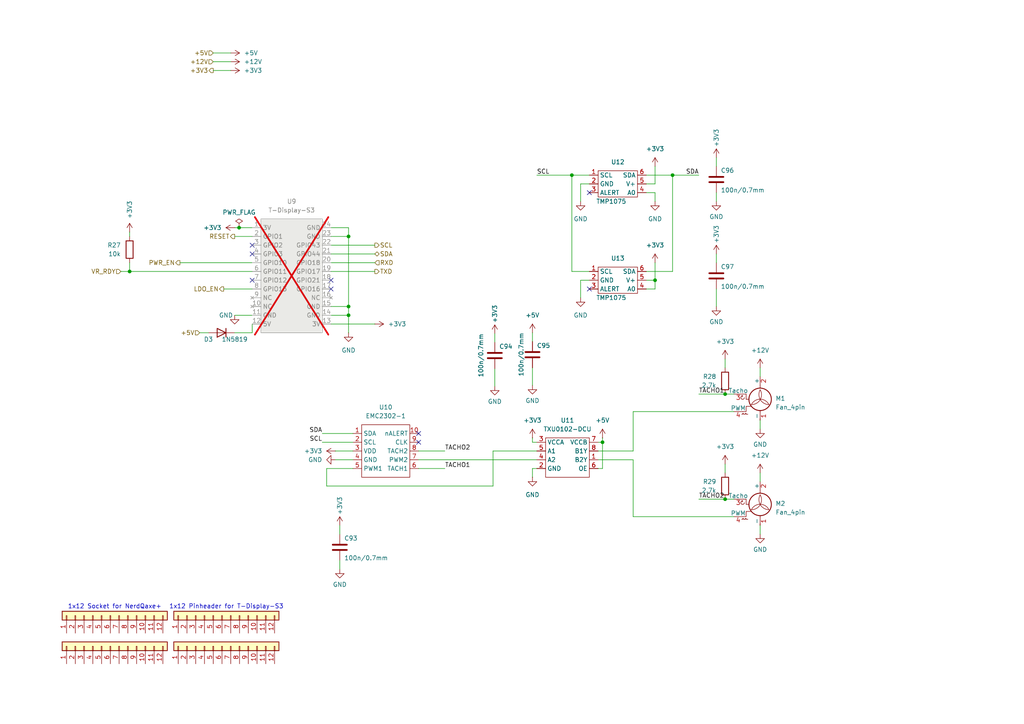
<source format=kicad_sch>
(kicad_sch (version 20231120) (generator "eeschema") (generator_version "8.0")
  (paper "A4")
  (lib_symbols
    (symbol "+3V3_1" (power) (pin_numbers hide) (pin_names (offset 0) hide)
      (property "Value" "+3V3" (at 0 3.556 0))
      (symbol "+3V3_1_0_1"
        (polyline (pts (xy -0.762 1.27) (xy 0 2.54)))
        (polyline (pts (xy 0 0) (xy 0 2.54)))
        (polyline (pts (xy 0 2.54) (xy 0.762 1.27)))
      )
      (symbol "+3V3_1_1_1"
        (pin power_in line (at 0 0 90) (length 0) (name "~") (number "1"))
      )
    )
    (symbol "+3V3_3" (power) (pin_numbers hide) (pin_names (offset 0) hide)
      (property "Value" "+3V3" (at 0 3.556 0))
      (symbol "+3V3_3_0_1"
        (polyline (pts (xy -0.762 1.27) (xy 0 2.54)))
        (polyline (pts (xy 0 0) (xy 0 2.54)))
        (polyline (pts (xy 0 2.54) (xy 0.762 1.27)))
      )
      (symbol "+3V3_3_1_1"
        (pin power_in line (at 0 0 90) (length 0) (name "~") (number "1"))
      )
    )
    (symbol "+3V3_4" (power) (pin_numbers hide) (pin_names (offset 0) hide)
      (property "Value" "+3V3" (at 0 3.556 0))
      (symbol "+3V3_4_0_1"
        (polyline (pts (xy -0.762 1.27) (xy 0 2.54)))
        (polyline (pts (xy 0 0) (xy 0 2.54)))
        (polyline (pts (xy 0 2.54) (xy 0.762 1.27)))
      )
      (symbol "+3V3_4_1_1"
        (pin power_in line (at 0 0 90) (length 0) (name "~") (number "1"))
      )
    )
    (symbol "+5V_1" (power) (pin_numbers hide) (pin_names (offset 0) hide)
      (property "Value" "+5V" (at 0 3.556 0))
      (symbol "+5V_1_0_1"
        (polyline (pts (xy -0.762 1.27) (xy 0 2.54)))
        (polyline (pts (xy 0 0) (xy 0 2.54)))
        (polyline (pts (xy 0 2.54) (xy 0.762 1.27)))
      )
      (symbol "+5V_1_1_1"
        (pin power_in line (at 0 0 90) (length 0) (name "~") (number "1"))
      )
    )
    (symbol "Connector_Generic:Conn_01x12" (pin_names (offset 1.016) hide)
      (property "Reference" "J" (at 0 15.24 0))
      (property "Value" "Conn_01x12" (at 0 -17.78 0))
      (symbol "Conn_01x12_1_1"
        (rectangle (start -1.27 -15.113) (end 0 -15.367) (stroke (width 0.1524)))
        (rectangle (start -1.27 -12.573) (end 0 -12.827) (stroke (width 0.1524)))
        (rectangle (start -1.27 -10.033) (end 0 -10.287) (stroke (width 0.1524)))
        (rectangle (start -1.27 -7.493) (end 0 -7.747) (stroke (width 0.1524)))
        (rectangle (start -1.27 -4.953) (end 0 -5.207) (stroke (width 0.1524)))
        (rectangle (start -1.27 -2.413) (end 0 -2.667) (stroke (width 0.1524)))
        (rectangle (start -1.27 0.127) (end 0 -0.127) (stroke (width 0.1524)))
        (rectangle (start -1.27 2.667) (end 0 2.413) (stroke (width 0.1524)))
        (rectangle (start -1.27 5.207) (end 0 4.953) (stroke (width 0.1524)))
        (rectangle (start -1.27 7.747) (end 0 7.493) (stroke (width 0.1524)))
        (rectangle (start -1.27 10.287) (end 0 10.033) (stroke (width 0.1524)))
        (rectangle (start -1.27 12.827) (end 0 12.573) (stroke (width 0.1524)))
        (rectangle (start -1.27 13.97) (end 1.27 -16.51) (stroke (width 0.254)) (fill (type background)))
        (pin passive line (at -5.08 12.7 0) (length 3.81) (name "Pin_1") (number "1"))
        (pin passive line (at -5.08 -10.16 0) (length 3.81) (name "Pin_10") (number "10"))
        (pin passive line (at -5.08 -12.7 0) (length 3.81) (name "Pin_11") (number "11"))
        (pin passive line (at -5.08 -15.24 0) (length 3.81) (name "Pin_12") (number "12"))
        (pin passive line (at -5.08 10.16 0) (length 3.81) (name "Pin_2") (number "2"))
        (pin passive line (at -5.08 7.62 0) (length 3.81) (name "Pin_3") (number "3"))
        (pin passive line (at -5.08 5.08 0) (length 3.81) (name "Pin_4") (number "4"))
        (pin passive line (at -5.08 2.54 0) (length 3.81) (name "Pin_5") (number "5"))
        (pin passive line (at -5.08 0 0) (length 3.81) (name "Pin_6") (number "6"))
        (pin passive line (at -5.08 -2.54 0) (length 3.81) (name "Pin_7") (number "7"))
        (pin passive line (at -5.08 -5.08 0) (length 3.81) (name "Pin_8") (number "8"))
        (pin passive line (at -5.08 -7.62 0) (length 3.81) (name "Pin_9") (number "9"))
      )
    )
    (symbol "Device:C" (pin_numbers hide) (pin_names (offset 0.254))
      (property "Reference" "C" (at 0.635 2.54 0))
      (property "Value" "C" (at 0.635 -2.54 0))
      (symbol "C_0_1"
        (polyline (pts (xy -2.032 -0.762) (xy 2.032 -0.762)) (stroke (width 0.508)))
        (polyline (pts (xy -2.032 0.762) (xy 2.032 0.762)) (stroke (width 0.508)))
      )
      (symbol "C_1_1"
        (pin passive line (at 0 3.81 270) (length 2.794) (name "~") (number "1"))
        (pin passive line (at 0 -3.81 90) (length 2.794) (name "~") (number "2"))
      )
    )
    (symbol "Device:R" (pin_numbers hide) (pin_names (offset 0))
      (property "Reference" "R" (at 2.032 0 90))
      (property "Value" "R" (at 0 0 90))
      (symbol "R_0_1"
        (rectangle (start -1.016 -2.54) (end 1.016 2.54) (stroke (width 0.254)))
      )
      (symbol "R_1_1"
        (pin passive line (at 0 3.81 270) (length 1.27) (name "~") (number "1"))
        (pin passive line (at 0 -3.81 90) (length 1.27) (name "~") (number "2"))
      )
    )
    (symbol "Diode:US1D" (pin_numbers hide) (pin_names hide)
      (property "Reference" "D" (at 0 2.54 0))
      (property "Value" "US1D" (at 0 -2.54 0))
      (symbol "US1D_0_1"
        (polyline (pts (xy -1.27 1.27) (xy -1.27 -1.27)) (stroke (width 0.254)))
        (polyline (pts (xy 1.27 0) (xy -1.27 0)))
        (polyline (pts (xy 1.27 1.27) (xy 1.27 -1.27) (xy -1.27 0) (xy 1.27 1.27)) (stroke (width 0.254)))
      )
      (symbol "US1D_1_1"
        (pin passive line (at -3.81 0 0) (length 2.54) (name "K") (number "1"))
        (pin passive line (at 3.81 0 180) (length 2.54) (name "A") (number "2"))
      )
    )
    (symbol "GND_1" (power) (pin_names (offset 0))
      (property "Value" "GND_1" (at 0 -3.81 0))
      (symbol "GND_1_0_1"
        (polyline (pts (xy 0 0) (xy 0 -1.27) (xy 1.27 -1.27) (xy 0 -2.54) (xy -1.27 -1.27) (xy 0 -1.27)))
      )
      (symbol "GND_1_1_1"
        (pin power_in line (at 0 0 270) (length 0) hide (name "GND") (number "1"))
      )
    )
    (symbol "GND_2" (power) (pin_numbers hide) (pin_names (offset 0) hide)
      (property "Value" "GND" (at 0 -3.81 0))
      (symbol "GND_2_0_1"
        (polyline (pts (xy 0 0) (xy 0 -1.27) (xy 1.27 -1.27) (xy 0 -2.54) (xy -1.27 -1.27) (xy 0 -1.27)))
      )
      (symbol "GND_2_1_1"
        (pin power_in line (at 0 0 270) (length 0) (name "~") (number "1"))
      )
    )
    (symbol "GND_3" (power) (pin_numbers hide) (pin_names (offset 0) hide)
      (property "Value" "GND" (at 0 -3.81 0))
      (symbol "GND_3_0_1"
        (polyline (pts (xy 0 0) (xy 0 -1.27) (xy 1.27 -1.27) (xy 0 -2.54) (xy -1.27 -1.27) (xy 0 -1.27)))
      )
      (symbol "GND_3_1_1"
        (pin power_in line (at 0 0 270) (length 0) (name "~") (number "1"))
      )
    )
    (symbol "GND_4" (power) (pin_numbers hide) (pin_names (offset 0) hide)
      (property "Value" "GND" (at 0 -3.81 0))
      (symbol "GND_4_0_1"
        (polyline (pts (xy 0 0) (xy 0 -1.27) (xy 1.27 -1.27) (xy 0 -2.54) (xy -1.27 -1.27) (xy 0 -1.27)))
      )
      (symbol "GND_4_1_1"
        (pin power_in line (at 0 0 270) (length 0) (name "~") (number "1"))
      )
    )
    (symbol "GND_5" (power) (pin_numbers hide) (pin_names (offset 0) hide)
      (property "Value" "GND" (at 0 -3.81 0))
      (symbol "GND_5_0_1"
        (polyline (pts (xy 0 0) (xy 0 -1.27) (xy 1.27 -1.27) (xy 0 -2.54) (xy -1.27 -1.27) (xy 0 -1.27)))
      )
      (symbol "GND_5_1_1"
        (pin power_in line (at 0 0 270) (length 0) (name "~") (number "1"))
      )
    )
    (symbol "Motor:Fan_4pin" (pin_names (offset 0))
      (property "Reference" "M" (at 2.54 5.08 0))
      (property "Value" "Fan_4pin" (at 2.54 -2.54 0))
      (symbol "Fan_4pin_0_0"
        (arc (start -5.588 1.524) (mid -5.08 1.0182) (end -4.572 1.524))
        (arc (start -5.08 2.032) (mid -5.4392 1.8832) (end -5.588 1.524))
        (polyline (pts (xy -5.08 2.032) (xy -5.334 2.159)))
        (polyline (pts (xy -5.08 2.032) (xy -5.207 1.778)))
        (polyline (pts (xy -4.064 2.54) (xy -4.064 1.016) (xy -3.302 1.016)))
      )
      (symbol "Fan_4pin_0_1"
        (arc (start -2.54 -0.508) (mid 0.0028 0.9121) (end 0 3.81))
        (polyline (pts (xy -4.064 2.54) (xy -5.08 2.54)))
        (polyline (pts (xy 0 -5.08) (xy 0 -4.572)))
        (polyline (pts (xy 0 -2.2352) (xy 0 -2.6416)))
        (polyline (pts (xy 0 4.2672) (xy 0 4.6228)))
        (polyline (pts (xy 0 4.572) (xy 0 5.08)))
        (polyline (pts (xy -2.54 -1.016) (xy -4.064 -1.016) (xy -4.064 -2.54) (xy -5.08 -2.54)))
        (polyline (pts (xy -5.334 -3.302) (xy -5.08 -3.302) (xy -5.08 -3.048) (xy -4.826 -3.048) (xy -4.826 -3.302) (xy -4.318 -3.302) (xy -4.318 -3.048) (xy -4.064 -3.048) (xy -4.064 -3.302) (xy -3.556 -3.302)))
        (circle (center 0 1.016) (radius 3.2512) (stroke (width 0.254)))
        (arc (start 0 3.81) (mid 0.053 0.921) (end 2.54 -0.508))
        (arc (start 2.54 -0.508) (mid 0 1.0618) (end -2.54 -0.508))
      )
      (symbol "Fan_4pin_1_1"
        (pin passive line (at 0 -5.08 90) (length 2.54) (name "-") (number "1"))
        (pin passive line (at 0 7.62 270) (length 2.54) (name "+") (number "2"))
        (pin passive line (at -7.62 2.54 0) (length 2.54) (name "Tacho") (number "3"))
        (pin input line (at -7.62 -2.54 0) (length 2.54) (name "PWM") (number "4"))
      )
    )
    (symbol "bitaxe:T-Display-S3"
      (property "Reference" "U" (at -21.59 -1.27 0))
      (property "Value" "T-Display-S3" (at -11.43 -36.83 0))
      (symbol "T-Display-S3_1_0"
        (pin power_in line (at -25.4 -5.08 0) (length 2.54) (name "3V") (number "1"))
        (pin no_connect line (at -25.4 -27.94 0) (length 2.54) (name "NC") (number "10"))
        (pin power_in line (at -25.4 -30.48 0) (length 2.54) (name "GND") (number "11"))
        (pin power_in line (at -25.4 -33.02 0) (length 2.54) (name "5V") (number "12"))
        (pin power_in line (at -2.54 -33.02 180) (length 2.54) (name "3V") (number "13"))
        (pin power_in line (at -2.54 -30.48 180) (length 2.54) (name "GND") (number "14"))
        (pin power_in line (at -2.54 -27.94 180) (length 2.54) (name "GND") (number "15"))
        (pin no_connect line (at -2.54 -25.4 180) (length 2.54) (name "NC") (number "16"))
        (pin bidirectional line (at -2.54 -22.86 180) (length 2.54) (name "GPIO16") (number "17"))
        (pin bidirectional line (at -2.54 -20.32 180) (length 2.54) (name "GPIO21") (number "18"))
        (pin bidirectional line (at -2.54 -17.78 180) (length 2.54) (name "GPIO17") (number "19"))
        (pin bidirectional line (at -25.4 -7.62 0) (length 2.54) (name "GPIO1") (number "2"))
        (pin bidirectional line (at -2.54 -15.24 180) (length 2.54) (name "GPIO18") (number "20"))
        (pin bidirectional line (at -25.4 -10.16 0) (length 2.54) (name "GPIO2") (number "3"))
        (pin bidirectional line (at -25.4 -12.7 0) (length 2.54) (name "GPIO3") (number "4"))
        (pin bidirectional line (at -25.4 -15.24 0) (length 2.54) (name "GPIO10") (number "5"))
        (pin input line (at -25.4 -17.78 0) (length 2.54) (name "GPIO11") (number "6"))
        (pin bidirectional line (at -25.4 -20.32 0) (length 2.54) (name "GPIO12") (number "7"))
        (pin bidirectional line (at -25.4 -22.86 0) (length 2.54) (name "GPIO13") (number "8"))
        (pin no_connect line (at -25.4 -25.4 0) (length 2.54) (name "NC") (number "9"))
      )
      (symbol "T-Display-S3_1_1"
        (rectangle (start -22.86 -2.54) (end -5.08 -35.56) (fill (type background)))
        (pin bidirectional line (at -2.54 -12.7 180) (length 2.54) (name "GPIO44") (number "21"))
        (pin bidirectional line (at -2.54 -10.16 180) (length 2.54) (name "GPIO43") (number "22"))
        (pin power_in line (at -2.54 -7.62 180) (length 2.54) (name "GND") (number "23"))
        (pin power_in line (at -2.54 -5.08 180) (length 2.54) (name "GND") (number "24"))
      )
    )
    (symbol "mylib7:EMC2302"
      (property "Reference" "U11" (at -1.905 16.891 0))
      (property "Value" "EMC2302-1" (at -1.905 14.5796 0))
      (symbol "EMC2302_0_0"
        (pin open_collector line (at -11.43 10.16 0) (length 2.54) (name "SDA") (number "1"))
        (pin open_collector line (at -11.43 7.62 0) (length 2.54) (name "SCL") (number "2"))
        (pin power_in line (at -11.43 5.08 0) (length 2.54) (name "VDD") (number "3"))
        (pin power_in line (at -11.43 2.54 0) (length 2.54) (name "GND") (number "4"))
      )
      (symbol "EMC2302_0_1"
        (rectangle (start -8.89 12.7) (end 5.08 -2.54))
      )
      (symbol "EMC2302_1_0"
        (pin open_collector line (at 7.62 10.16 180) (length 2.54) (name "nALERT") (number "10"))
        (pin output line (at -11.43 0 0) (length 2.54) (name "PWM1") (number "5"))
        (pin input line (at 7.62 0 180) (length 2.54) (name "TACH1") (number "6"))
        (pin output line (at 7.62 2.54 180) (length 2.54) (name "PWM2") (number "7"))
        (pin input line (at 7.62 5.08 180) (length 2.54) (name "TACH2") (number "8"))
        (pin input line (at 7.62 7.62 180) (length 2.54) (name "CLK") (number "9"))
      )
    )
    (symbol "mylib7:TMP1075-DRL-SOT563"
      (property "Reference" "U" (at -5.08 5.08 0))
      (symbol "TMP1075-DRL-SOT563_0_1"
        (rectangle (start -6.35 3.81) (end 5.08 -3.81))
      )
      (symbol "TMP1075-DRL-SOT563_1_1"
        (pin open_collector line (at -8.89 2.54 0) (length 2.54) (name "SCL") (number "1"))
        (pin power_in line (at -8.89 0 0) (length 2.54) (name "GND") (number "2"))
        (pin open_collector line (at -8.89 -2.54 0) (length 2.54) (name "ALERT") (number "3"))
        (pin input line (at 7.62 -2.54 180) (length 2.54) (name "A0") (number "4"))
        (pin power_in line (at 7.62 0 180) (length 2.54) (name "V+") (number "5"))
        (pin open_collector line (at 7.62 2.54 180) (length 2.54) (name "SDA") (number "6"))
      )
    )
    (symbol "mylib7:TXU0102DCK"
      (property "Reference" "U" (at -5.08 5.08 0))
      (property "Value" "TXU0101-DCU" (at -1.27 -9.144 0))
      (symbol "TXU0102DCK_0_1"
        (rectangle (start -6.35 3.81) (end 6.35 -7.62))
      )
      (symbol "TXU0102DCK_1_1"
        (pin output line (at 8.89 -2.54 180) (length 2.54) (name "B2Y") (number "1"))
        (pin power_in line (at -8.89 -5.08 0) (length 2.54) (name "GND") (number "2"))
        (pin power_in line (at -8.89 2.54 0) (length 2.54) (name "VCCA") (number "3"))
        (pin input line (at -8.89 -2.54 0) (length 2.54) (name "A2") (number "4"))
        (pin input line (at -8.89 0 0) (length 2.54) (name "A1") (number "5"))
        (pin input line (at 8.89 -5.08 180) (length 2.54) (name "OE") (number "6"))
        (pin power_in line (at 8.89 2.54 180) (length 2.54) (name "VCCB") (number "7"))
        (pin output line (at 8.89 0 180) (length 2.54) (name "B1Y") (number "8"))
      )
    )
    (symbol "power:+12V" (power) (pin_names (offset 0))
      (property "Value" "+12V" (at 0 3.556 0))
      (symbol "+12V_0_1"
        (polyline (pts (xy -0.762 1.27) (xy 0 2.54)))
        (polyline (pts (xy 0 0) (xy 0 2.54)))
        (polyline (pts (xy 0 2.54) (xy 0.762 1.27)))
      )
      (symbol "+12V_1_1"
        (pin power_in line (at 0 0 90) (length 0) hide (name "+12V") (number "1"))
      )
    )
    (symbol "power:+3V3" (power) (pin_names (offset 0))
      (property "Value" "+3V3" (at 0 3.556 0))
      (symbol "+3V3_0_1"
        (polyline (pts (xy -0.762 1.27) (xy 0 2.54)))
        (polyline (pts (xy 0 0) (xy 0 2.54)))
        (polyline (pts (xy 0 2.54) (xy 0.762 1.27)))
      )
      (symbol "+3V3_1_1"
        (pin power_in line (at 0 0 90) (length 0) hide (name "+3V3") (number "1"))
      )
    )
    (symbol "power:+5V" (power) (pin_names (offset 0))
      (property "Value" "+5V" (at 0 3.556 0))
      (symbol "+5V_0_1"
        (polyline (pts (xy -0.762 1.27) (xy 0 2.54)))
        (polyline (pts (xy 0 0) (xy 0 2.54)))
        (polyline (pts (xy 0 2.54) (xy 0.762 1.27)))
      )
      (symbol "+5V_1_1"
        (pin power_in line (at 0 0 90) (length 0) hide (name "+5V") (number "1"))
      )
    )
    (symbol "power:GND" (power) (pin_names (offset 0))
      (property "Value" "GND" (at 0 -3.81 0))
      (symbol "GND_0_1"
        (polyline (pts (xy 0 0) (xy 0 -1.27) (xy 1.27 -1.27) (xy 0 -2.54) (xy -1.27 -1.27) (xy 0 -1.27)))
      )
      (symbol "GND_1_1"
        (pin power_in line (at 0 0 270) (length 0) hide (name "GND") (number "1"))
      )
    )
    (symbol "power:PWR_FLAG" (power) (pin_numbers hide) (pin_names (offset 0) hide)
      (property "Value" "PWR_FLAG" (at 0 3.81 0))
      (symbol "PWR_FLAG_0_0"
        (pin power_out line (at 0 0 90) (length 0) (name "~") (number "1"))
      )
      (symbol "PWR_FLAG_0_1"
        (polyline (pts (xy 0 0) (xy 0 1.27) (xy -1.016 1.905) (xy 0 2.54) (xy 1.016 1.905) (xy 0 1.27)))
      )
    )
  )
  (junction (at 101.092 68.58))
  (junction (at 165.862 50.8))
  (junction (at 101.092 91.44))
  (junction (at 210.312 114.3))
  (junction (at 195.072 50.8))
  (junction (at 37.592 78.74))
  (junction (at 69.342 66.04))
  (junction (at 174.752 128.27))
  (junction (at 189.992 81.28))
  (junction (at 101.092 88.9))
  (junction (at 210.312 144.78))
  (no_connect (at 96.012 81.28))
  (no_connect (at 96.012 83.82))
  (no_connect (at 73.152 73.66))
  (no_connect (at 73.152 81.28))
  (no_connect (at 121.412 128.27))
  (no_connect (at 170.942 55.88))
  (no_connect (at 170.942 83.82))
  (no_connect (at 73.152 71.12))
  (no_connect (at 121.412 125.73))
  (wire (pts (xy 69.342 66.04) (xy 73.152 66.04)))
  (wire (pts (xy 170.942 81.28) (xy 168.402 81.28)))
  (wire (pts (xy 68.072 96.52) (xy 73.152 96.52)))
  (wire (pts (xy 187.452 50.8) (xy 195.072 50.8)))
  (wire (pts (xy 168.402 81.28) (xy 168.402 86.36)))
  (wire (pts (xy 37.592 78.74) (xy 73.152 78.74)))
  (wire (pts (xy 189.992 76.2) (xy 189.992 81.28)))
  (wire (pts (xy 96.012 68.58) (xy 101.092 68.58)))
  (wire (pts (xy 187.452 53.34) (xy 189.992 53.34)))
  (wire (pts (xy 155.702 130.81) (xy 143.002 130.81)))
  (wire (pts (xy 37.592 67.31) (xy 37.592 68.58)))
  (wire (pts (xy 94.742 140.97) (xy 94.742 135.89)))
  (wire (pts (xy 73.152 91.44) (xy 68.072 91.44)))
  (wire (pts (xy 195.072 50.8) (xy 195.072 78.74)))
  (wire (pts (xy 207.772 45.72) (xy 207.772 48.26)))
  (wire (pts (xy 220.472 121.92) (xy 220.472 124.46)))
  (wire (pts (xy 165.862 50.8) (xy 170.942 50.8)))
  (wire (pts (xy 183.642 119.38) (xy 183.642 130.81)))
  (wire (pts (xy 61.849 17.907) (xy 66.929 17.907)))
  (wire (pts (xy 189.992 58.42) (xy 189.992 55.88)))
  (wire (pts (xy 187.452 83.82) (xy 189.992 83.82)))
  (wire (pts (xy 143.002 130.81) (xy 143.002 140.97)))
  (wire (pts (xy 207.772 73.66) (xy 207.772 76.2)))
  (wire (pts (xy 64.897 83.82) (xy 73.152 83.82)))
  (wire (pts (xy 210.312 104.14) (xy 210.312 106.68)))
  (wire (pts (xy 154.432 127) (xy 154.432 128.27)))
  (wire (pts (xy 154.432 106.68) (xy 154.432 111.76)))
  (wire (pts (xy 96.012 91.44) (xy 101.092 91.44)))
  (wire (pts (xy 96.012 71.12) (xy 108.712 71.12)))
  (wire (pts (xy 183.642 130.81) (xy 173.482 130.81)))
  (wire (pts (xy 121.412 130.81) (xy 129.032 130.81)))
  (wire (pts (xy 94.742 135.89) (xy 102.362 135.89)))
  (wire (pts (xy 97.282 130.81) (xy 102.362 130.81)))
  (wire (pts (xy 174.752 127) (xy 174.752 128.27)))
  (wire (pts (xy 37.592 76.2) (xy 37.592 78.74)))
  (wire (pts (xy 98.552 162.56) (xy 98.552 165.1)))
  (wire (pts (xy 101.092 91.44) (xy 101.092 96.52)))
  (wire (pts (xy 220.472 137.16) (xy 220.472 139.7)))
  (wire (pts (xy 187.452 78.74) (xy 195.072 78.74)))
  (wire (pts (xy 165.862 78.74) (xy 170.942 78.74)))
  (wire (pts (xy 96.012 66.04) (xy 101.092 66.04)))
  (wire (pts (xy 187.452 81.28) (xy 189.992 81.28)))
  (wire (pts (xy 207.772 55.88) (xy 207.772 58.42)))
  (wire (pts (xy 210.312 144.78) (xy 212.852 144.78)))
  (wire (pts (xy 168.402 53.34) (xy 168.402 58.42)))
  (wire (pts (xy 52.197 76.2) (xy 73.152 76.2)))
  (wire (pts (xy 143.51 106.934) (xy 143.51 112.014)))
  (wire (pts (xy 121.412 135.89) (xy 129.032 135.89)))
  (wire (pts (xy 96.012 73.66) (xy 108.712 73.66)))
  (wire (pts (xy 68.072 68.58) (xy 73.152 68.58)))
  (wire (pts (xy 96.012 76.2) (xy 108.712 76.2)))
  (wire (pts (xy 101.092 68.58) (xy 101.092 88.9)))
  (wire (pts (xy 61.849 20.447) (xy 66.929 20.447)))
  (wire (pts (xy 121.412 133.35) (xy 155.702 133.35)))
  (wire (pts (xy 93.472 125.73) (xy 102.362 125.73)))
  (wire (pts (xy 183.642 133.35) (xy 173.482 133.35)))
  (wire (pts (xy 68.072 66.04) (xy 69.342 66.04)))
  (wire (pts (xy 210.312 134.62) (xy 210.312 137.16)))
  (wire (pts (xy 202.692 114.3) (xy 210.312 114.3)))
  (wire (pts (xy 101.092 66.04) (xy 101.092 68.58)))
  (wire (pts (xy 143.002 140.97) (xy 94.742 140.97)))
  (wire (pts (xy 98.552 152.4) (xy 98.552 154.94)))
  (wire (pts (xy 143.51 96.774) (xy 143.51 99.314)))
  (wire (pts (xy 154.432 135.89) (xy 155.702 135.89)))
  (wire (pts (xy 93.472 128.27) (xy 102.362 128.27)))
  (wire (pts (xy 96.012 78.74) (xy 108.712 78.74)))
  (wire (pts (xy 195.072 50.8) (xy 202.692 50.8)))
  (wire (pts (xy 101.092 88.9) (xy 101.092 91.44)))
  (wire (pts (xy 170.942 53.34) (xy 168.402 53.34)))
  (wire (pts (xy 187.452 55.88) (xy 189.992 55.88)))
  (wire (pts (xy 220.472 106.68) (xy 220.472 109.22)))
  (wire (pts (xy 73.152 96.52) (xy 73.152 93.98)))
  (wire (pts (xy 183.642 149.86) (xy 212.852 149.86)))
  (wire (pts (xy 207.772 83.82) (xy 207.772 88.9)))
  (wire (pts (xy 189.992 53.34) (xy 189.992 48.26)))
  (wire (pts (xy 35.052 78.74) (xy 37.592 78.74)))
  (wire (pts (xy 183.642 149.86) (xy 183.642 133.35)))
  (wire (pts (xy 220.472 152.4) (xy 220.472 154.94)))
  (wire (pts (xy 97.282 133.35) (xy 102.362 133.35)))
  (wire (pts (xy 189.992 81.28) (xy 189.992 83.82)))
  (wire (pts (xy 202.692 144.78) (xy 210.312 144.78)))
  (wire (pts (xy 154.432 138.43) (xy 154.432 135.89)))
  (wire (pts (xy 96.012 88.9) (xy 101.092 88.9)))
  (wire (pts (xy 183.642 119.38) (xy 212.852 119.38)))
  (wire (pts (xy 210.312 114.3) (xy 212.852 114.3)))
  (wire (pts (xy 174.752 135.89) (xy 174.752 128.27)))
  (wire (pts (xy 154.432 96.52) (xy 154.432 99.06)))
  (wire (pts (xy 165.862 50.8) (xy 165.862 78.74)))
  (wire (pts (xy 174.752 128.27) (xy 173.482 128.27)))
  (wire (pts (xy 96.012 93.98) (xy 108.712 93.98)))
  (wire (pts (xy 173.482 135.89) (xy 174.752 135.89)))
  (wire (pts (xy 154.432 128.27) (xy 155.702 128.27)))
  (wire (pts (xy 57.912 96.52) (xy 60.452 96.52)))
  (wire (pts (xy 155.702 50.8) (xy 165.862 50.8)))
  (wire (pts (xy 61.849 15.367) (xy 66.929 15.367)))
  (text "1x12 Socket for NerdQaxe+" (at 33.274 176.022 0) (effects (font (size 1.27 1.27))))
  (text "1x12 Pinheader for T-Display-S3" (at 65.659 176.022 0) (effects (font (size 1.27 1.27))))
  (label "TACHO2" (at 129.032 130.81 0))
  (label "TACHO1" (at 129.032 135.89 0))
  (label "SDA" (at 202.692 50.8 180))
  (label "TACHO1" (at 202.692 114.3 0))
  (label "TACHO2" (at 202.692 144.78 0))
  (label "SDA" (at 93.472 125.73 180))
  (label "SCL" (at 93.472 128.27 180))
  (label "SCL" (at 155.702 50.8 0))
  (hierarchical_label "RXD" (shape input) (at 108.712 76.2 0))
  (hierarchical_label "SDA" (shape bidirectional) (at 108.712 73.66 0))
  (hierarchical_label "+5V" (shape input) (at 57.912 96.52 180))
  (hierarchical_label "+5V" (shape input) (at 61.849 15.367 180))
  (hierarchical_label "VR_RDY" (shape input) (at 35.052 78.74 180))
  (hierarchical_label "TXD" (shape output) (at 108.712 78.74 0))
  (hierarchical_label "+12V" (shape input) (at 61.849 17.907 180))
  (hierarchical_label "SCL" (shape output) (at 108.712 71.12 0))
  (hierarchical_label "+3V3" (shape output) (at 61.849 20.447 180))
  (hierarchical_label "PWR_EN" (shape output) (at 52.197 76.2 180))
  (hierarchical_label "RESET" (shape output) (at 68.072 68.58 180))
  (hierarchical_label "LDO_EN" (shape output) (at 64.897 83.82 180))
  (symbol (lib_name "+5V_1") (lib_id "power:+5V") (at 174.752 127 0) (unit 1)
    (property "Reference" "#PWR0159" (effects (hide yes)))
    (property "Value" "+5V" (at 174.752 121.92 0))
    (property "Description" "Power symbol creates a global label with name \"+5V\"" (effects (hide yes)))
  )
  (symbol (lib_id "Connector_Generic:Conn_01x12") (at 64.389 187.452 90) (unit 1) (on_board no)
    (property "Reference" "J7" (effects (hide yes)))
    (property "Value" "Conn_01x12-Header" (effects (hide yes)))
    (property "Description" "CONN HEADER VERT 12POS 2.54MM" (effects (hide yes)))
    (property "Distributor" "D" (effects (hide yes)))
    (property "Manufacturer" "PH1-12-UA" (effects (hide yes)))
    (property "OrderNr" "2057-PH1-12-UA-ND" (effects (hide yes)))
    (property "Brand" "Adam Tech" (effects (hide yes)))
  )
  (symbol (lib_name "+3V3_1") (lib_id "power:+3V3") (at 37.592 67.31 0) (unit 1)
    (property "Reference" "#PWR0142" (effects (hide yes)))
    (property "Value" "+3V3" (at 37.5919 63.5 90) (effects (justify left)))
    (property "Description" "Power symbol creates a global label with name \"+3V3\"" (effects (hide yes)))
  )
  (symbol (lib_id "power:+3V3") (at 143.51 96.774 0) (mirror y) (unit 1)
    (property "Reference" "#PWR0151" (effects (hide yes)))
    (property "Value" "+3V3" (at 143.51 91.059 90))
  )
  (symbol (lib_id "Diode:US1D") (at 64.262 96.52 180) (unit 1)
    (property "Reference" "D3" (at 60.452 98.425 0))
    (property "Value" "1N5819" (at 68.072 98.425 0))
    (property "Footprint" "Diode_SMD:D_SOD-123" (effects (hide yes)))
    (property "Datasheet" "https://www.diodes.com/assets/Datasheets/ds16008.pdf" (effects (hide yes)))
    (property "Description" "DIODE SCHOTTKY 40V 1A SOD123" (effects (hide yes)))
    (property "Sim.Device" "D" (effects (hide yes)))
    (property "Sim.Pins" "1=K 2=A" (effects (hide yes)))
    (property "Distributor" "D" (effects (hide yes)))
    (property "Manufacturer" "1N5819HWQ-7-F" (effects (hide yes)))
    (property "OrderNr" "31-1N5819HWQ-7-FCT-ND" (effects (hide yes)))
    (property "Brand" "Diodes Incorporated" (effects (hide yes)))
    (property "Size" "SOD-123" (effects (hide yes)))
  )
  (symbol (lib_name "+3V3_1") (lib_id "power:+3V3") (at 108.712 93.98 270) (unit 1)
    (property "Reference" "#PWR0150" (effects (hide yes)))
    (property "Value" "+3V3" (at 112.522 93.9799 90) (effects (justify left)))
    (property "Description" "Power symbol creates a global label with name \"+3V3\"" (effects (hide yes)))
  )
  (symbol (lib_id "Device:R") (at 37.592 72.39 0) (mirror y) (unit 1)
    (property "Reference" "R27" (at 35.052 71.12 0) (effects (justify left)))
    (property "Value" "10k" (at 35.052 73.66 0) (effects (justify left)))
    (property "Footprint" "Resistor_SMD:R_0805_2012Metric" (effects (hide yes)))
    (property "Description" "RES 10K OHM 1% 1/8W 0805" (effects (hide yes)))
    (property "Manufacturer" "RMCF0805FT10K0" (effects (hide yes)))
    (property "OrderNr" "RMCF0805FT10K0CT-ND" (effects (hide yes)))
    (property "Distributor" "D" (effects (hide yes)))
    (property "Brand" "Stackpole Electronics Inc" (effects (hide yes)))
    (property "Size" "0805" (effects (hide yes)))
  )
  (symbol (lib_id "power:GND") (at 220.472 154.94 0) (unit 1)
    (property "Reference" "#PWR0172" (effects (hide yes)))
    (property "Value" "GND" (at 220.472 159.385 0))
  )
  (symbol (lib_id "power:+12V") (at 66.929 17.907 270) (unit 1)
    (property "Reference" "#PWR0140" (effects (hide yes)))
    (property "Value" "+12V" (at 70.739 17.907 90) (effects (justify left)))
  )
  (symbol (lib_name "GND_2") (lib_id "power:GND") (at 68.072 91.44 0) (unit 1)
    (property "Reference" "#PWR0144" (effects (hide yes)))
    (property "Value" "GND" (at 65.532 91.44 0))
    (property "Description" "Power symbol creates a global label with name \"GND\" , ground" (effects (hide yes)))
  )
  (symbol (lib_id "power:GND") (at 207.772 88.9 0) (mirror y) (unit 1)
    (property "Reference" "#PWR0166" (effects (hide yes)))
    (property "Value" "GND" (at 207.772 93.345 0))
  )
  (symbol (lib_id "power:GND") (at 207.772 58.42 0) (mirror y) (unit 1)
    (property "Reference" "#PWR0164" (effects (hide yes)))
    (property "Value" "GND" (at 207.772 62.865 0))
  )
  (symbol (lib_id "power:PWR_FLAG") (at 69.342 66.04 0) (unit 1)
    (property "Reference" "#FLG05" (effects (hide yes)))
    (property "Value" "PWR_FLAG" (at 69.342 61.595 0))
    (property "Description" "Special symbol for telling ERC where power comes from" (effects (hide yes)))
  )
  (symbol (lib_id "Device:R") (at 210.312 110.49 0) (mirror y) (unit 1)
    (property "Reference" "R28" (at 207.772 109.22 0) (effects (justify left)))
    (property "Value" "2.7k" (at 207.772 111.76 0) (effects (justify left)))
    (property "Footprint" "Resistor_SMD:R_0805_2012Metric" (effects (hide yes)))
    (property "Description" "RES 2.7K OHM 1% 1/8W 0805" (effects (hide yes)))
    (property "Manufacturer" "RMCF0805FT2K70" (effects (hide yes)))
    (property "OrderNr" "RMCF0805FT2K70CT-ND" (effects (hide yes)))
    (property "Distributor" "D" (effects (hide yes)))
    (property "Brand" "Stackpole Electronics Inc" (effects (hide yes)))
    (property "Size" "0805" (effects (hide yes)))
  )
  (symbol (lib_id "Device:C") (at 98.552 158.75 0) (unit 1)
    (property "Reference" "C93" (at 99.822 156.845 0) (effects (justify left bottom)))
    (property "Value" "100n/0.7mm" (at 99.822 162.56 0) (effects (justify left bottom)))
    (property "Footprint" "Capacitor_SMD:C_0805_2012Metric" (effects (hide yes)))
    (property "Description" "CAP CER 0.1UF 50V X7R 0805" (effects (hide yes)))
    (property "Distributor" "D" (effects (hide yes)))
    (property "Manufacturer" "AC0805KRX7R9BB104" (effects (hide yes)))
    (property "OrderNr" "311-3037-1-ND" (effects (hide yes)))
    (property "Brand" "YAGEO" (effects (hide yes)))
    (property "Size" "0805" (effects (hide yes)))
  )
  (symbol (lib_id "mylib7:TMP1075-DRL-SOT563") (at 179.832 53.34 0) (unit 1)
    (property "Reference" "U12" (at 179.197 46.99 0))
    (property "Value" "TMP1075" (at 177.292 58.42 0))
    (property "Footprint" "Qaxe:TMP1075-DRL" (effects (hide yes)))
    (property "Description" "1C IC TEMPERATURE SENSOR WITH PE" (effects (hide yes)))
    (property "Distributor" "D" (effects (hide yes)))
    (property "Manufacturer" "TMP1075NDRLR" (effects (hide yes)))
    (property "OrderNr" "296-TMP1075NDRLRCT-ND" (effects (hide yes)))
    (property "Brand" "Texas Instruments" (effects (hide yes)))
  )
  (symbol (lib_id "power:+3V3") (at 66.929 20.447 270) (unit 1)
    (property "Reference" "#PWR0141" (effects (hide yes)))
    (property "Value" "+3V3" (at 70.739 20.447 90) (effects (justify left)))
  )
  (symbol (lib_id "power:+3V3") (at 189.992 76.2 0) (unit 1)
    (property "Reference" "#PWR0162" (effects (hide yes)))
    (property "Value" "+3V3" (at 189.992 71.12 0))
  )
  (symbol (lib_id "Device:C") (at 154.432 102.87 0) (unit 1)
    (property "Reference" "C95" (at 155.702 100.965 0) (effects (justify left bottom)))
    (property "Value" "100n/0.7mm" (at 151.892 109.22 90) (effects (justify left bottom)))
    (property "Footprint" "Capacitor_SMD:C_0805_2012Metric" (effects (hide yes)))
    (property "Description" "CAP CER 0.1UF 50V X7R 0805" (effects (hide yes)))
    (property "Distributor" "D" (effects (hide yes)))
    (property "Manufacturer" "AC0805KRX7R9BB104" (effects (hide yes)))
    (property "OrderNr" "311-3037-1-ND" (effects (hide yes)))
    (property "Brand" "YAGEO" (effects (hide yes)))
    (property "Size" "0805" (effects (hide yes)))
  )
  (symbol (lib_id "power:+12V") (at 220.472 106.68 0) (unit 1)
    (property "Reference" "#PWR0169" (effects (hide yes)))
    (property "Value" "+12V" (at 220.472 101.6 0))
  )
  (symbol (lib_id "power:+3V3") (at 207.772 73.66 0) (mirror y) (unit 1)
    (property "Reference" "#PWR0165" (effects (hide yes)))
    (property "Value" "+3V3" (at 207.772 67.945 90))
  )
  (symbol (lib_id "power:GND") (at 98.552 165.1 0) (mirror y) (unit 1)
    (property "Reference" "#PWR0148" (effects (hide yes)))
    (property "Value" "GND" (at 98.552 169.545 0))
  )
  (symbol (lib_id "mylib7:EMC2302") (at 113.792 135.89 0) (unit 1)
    (property "Reference" "U10" (at 111.887 118.11 0))
    (property "Value" "EMC2302-1" (at 111.887 120.65 0))
    (property "Footprint" "Package_SO:MSOP-10_3x3mm_P0.5mm" (effects (hide yes)))
    (property "Description" "IC MOTOR DRIVER 3V-3.6V 10MSOP" (effects (hide yes)))
    (property "Field7" "Microchip" (effects (hide yes)))
    (property "Distributor" "D" (effects (hide yes)))
    (property "Manufacturer" "EMC2302-1-AIZL-TR" (effects (hide yes)))
    (property "OrderNr" "EMC2302-1-AIZL-CT-ND" (effects (hide yes)))
    (property "Brand" "Microchip Technology" (effects (hide yes)))
    (property "Size" "MSOP-10_3x3mm_P0.5mm" (effects (hide yes)))
  )
  (symbol (lib_name "GND_4") (lib_id "power:GND") (at 97.282 133.35 270) (unit 1)
    (property "Reference" "#PWR0146" (effects (hide yes)))
    (property "Value" "GND" (at 93.472 133.3499 90) (effects (justify right)))
    (property "Description" "Power symbol creates a global label with name \"GND\" , ground" (effects (hide yes)))
  )
  (symbol (lib_id "Connector_Generic:Conn_01x12") (at 32.004 187.452 90) (unit 1) (on_board no)
    (property "Reference" "J5" (effects (hide yes)))
    (property "Value" "Conn_01x12-Socket" (effects (hide yes)))
    (property "Description" "WR-PHD 2.54 MM SOCKET HEADER 12" (effects (hide yes)))
    (property "Distributor" "D" (effects (hide yes)))
    (property "Manufacturer" "61301211821" (effects (hide yes)))
    (property "OrderNr" "732-61301211821-ND" (effects (hide yes)))
    (property "Brand" "Würth Elektronik" (effects (hide yes)))
  )
  (symbol (lib_name "GND_1") (lib_id "power:GND") (at 168.402 58.42 0) (unit 1)
    (property "Reference" "#PWR0157" (effects (hide yes)))
    (property "Value" "GND" (at 168.402 63.5 0))
  )
  (symbol (lib_id "power:+3V3") (at 210.312 104.14 0) (unit 1)
    (property "Reference" "#PWR0167" (effects (hide yes)))
    (property "Value" "+3V3" (at 210.312 99.06 0))
  )
  (symbol (lib_id "mylib7:TMP1075-DRL-SOT563") (at 179.832 81.28 0) (unit 1)
    (property "Reference" "U13" (at 179.197 74.93 0))
    (property "Value" "TMP1075" (at 177.292 86.36 0))
    (property "Footprint" "Qaxe:TMP1075-DRL" (effects (hide yes)))
    (property "Description" "1C IC TEMPERATURE SENSOR WITH PE" (effects (hide yes)))
    (property "Distributor" "D" (effects (hide yes)))
    (property "Manufacturer" "TMP1075NDRLR" (effects (hide yes)))
    (property "OrderNr" "296-TMP1075NDRLRCT-ND" (effects (hide yes)))
    (property "Brand" "Texas Instruments" (effects (hide yes)))
  )
  (symbol (lib_id "Connector_Generic:Conn_01x12") (at 64.389 178.562 90) (unit 1) (on_board no)
    (property "Reference" "J6" (effects (hide yes)))
    (property "Value" "Conn_01x12-Header" (effects (hide yes)))
    (property "Description" "CONN HEADER VERT 12POS 2.54MM" (effects (hide yes)))
    (property "Distributor" "D" (effects (hide yes)))
    (property "Manufacturer" "PH1-12-UA" (effects (hide yes)))
    (property "OrderNr" "2057-PH1-12-UA-ND" (effects (hide yes)))
    (property "Brand" "Adam Tech" (effects (hide yes)))
  )
  (symbol (lib_id "Connector_Generic:Conn_01x12") (at 32.004 178.562 90) (unit 1) (on_board no)
    (property "Reference" "J4" (effects (hide yes)))
    (property "Value" "Conn_01x12-Socket" (effects (hide yes)))
    (property "Description" "WR-PHD 2.54 MM SOCKET HEADER 12" (effects (hide yes)))
    (property "Distributor" "D" (effects (hide yes)))
    (property "Manufacturer" "61301211821" (effects (hide yes)))
    (property "OrderNr" "732-61301211821-ND" (effects (hide yes)))
    (property "Brand" "Würth Elektronik" (effects (hide yes)))
  )
  (symbol (lib_id "power:+3V3") (at 207.772 45.72 0) (mirror y) (unit 1)
    (property "Reference" "#PWR0163" (effects (hide yes)))
    (property "Value" "+3V3" (at 207.772 40.005 90))
  )
  (symbol (lib_name "+3V3_4") (lib_id "power:+3V3") (at 97.282 130.81 90) (unit 1)
    (property "Reference" "#PWR0145" (effects (hide yes)))
    (property "Value" "+3V3" (at 93.472 130.8099 90) (effects (justify left)))
    (property "Description" "Power symbol creates a global label with name \"+3V3\"" (effects (hide yes)))
  )
  (symbol (lib_id "power:GND") (at 154.432 111.76 0) (mirror y) (unit 1)
    (property "Reference" "#PWR0154" (effects (hide yes)))
    (property "Value" "GND" (at 154.432 116.205 0))
  )
  (symbol (lib_id "power:+12V") (at 220.472 137.16 0) (unit 1)
    (property "Reference" "#PWR0171" (effects (hide yes)))
    (property "Value" "+12V" (at 220.472 132.08 0))
  )
  (symbol (lib_id "Motor:Fan_4pin") (at 220.472 116.84 0) (unit 1)
    (property "Reference" "M1" (at 224.917 115.57 0) (effects (justify left)))
    (property "Value" "Fan_4pin" (at 224.917 118.11 0) (effects (justify left)))
    (property "Footprint" "Connector:FanPinHeader_1x04_P2.54mm_Vertical" (effects (hide yes)))
    (property "Datasheet" "http://www.formfactors.org/developer%5Cspecs%5Crev1_2_public.pdf" (effects (hide yes)))
    (property "Description" "CONN HEADER VERT 4POS 2.54MM" (effects (hide yes)))
    (property "Distributor" "D" (effects (hide yes)))
    (property "Manufacturer" "0470531000" (effects (hide yes)))
    (property "OrderNr" "WM4330-ND" (effects (hide yes)))
    (property "Brand" "Molex" (effects (hide yes)))
    (property "Size" "1x04_P2.54mm_Vertical" (effects (hide yes)))
  )
  (symbol (lib_id "power:+5V") (at 66.929 15.367 270) (unit 1)
    (property "Reference" "#PWR0139" (effects (hide yes)))
    (property "Value" "+5V" (at 70.739 15.367 90) (effects (justify left)))
  )
  (symbol (lib_id "power:GND") (at 220.472 124.46 0) (unit 1)
    (property "Reference" "#PWR0170" (effects (hide yes)))
    (property "Value" "GND" (at 220.472 128.905 0))
  )
  (symbol (lib_id "mylib7:TXU0102DCK") (at 164.592 130.81 0) (unit 1)
    (property "Reference" "U11" (at 164.592 121.92 0))
    (property "Value" "TXU0102-DCU" (at 164.592 124.46 0))
    (property "Footprint" "Package_SO:VSSOP-8_2.3x2mm_P0.5mm" (effects (hide yes)))
    (property "Description" "IC TRANSLATOR UNIDIR 8VSSOP" (effects (hide yes)))
    (property "Distributor" "D" (effects (hide yes)))
    (property "Manufacturer" "TXU0102DCUR" (effects (hide yes)))
    (property "OrderNr" "296-TXU0102DCURCT-ND" (effects (hide yes)))
    (property "Brand" "Texas Instruments" (effects (hide yes)))
  )
  (symbol (lib_name "GND_1") (lib_id "power:GND") (at 189.992 58.42 0) (unit 1)
    (property "Reference" "#PWR0161" (effects (hide yes)))
    (property "Value" "GND" (at 189.992 63.5 0))
  )
  (symbol (lib_id "power:+3V3") (at 98.552 152.4 0) (mirror y) (unit 1)
    (property "Reference" "#PWR0147" (effects (hide yes)))
    (property "Value" "+3V3" (at 98.552 146.685 90))
  )
  (symbol (lib_id "power:+5V") (at 154.432 96.52 0) (unit 1)
    (property "Reference" "#PWR0153" (effects (hide yes)))
    (property "Value" "+5V" (at 154.432 91.44 0))
  )
  (symbol (lib_id "power:+3V3") (at 189.992 48.26 0) (unit 1)
    (property "Reference" "#PWR0160" (effects (hide yes)))
    (property "Value" "+3V3" (at 189.992 43.18 0))
  )
  (symbol (lib_id "Device:C") (at 143.51 103.124 0) (unit 1)
    (property "Reference" "C94" (at 144.78 101.219 0) (effects (justify left bottom)))
    (property "Value" "100n/0.7mm" (at 140.208 109.474 90) (effects (justify left bottom)))
    (property "Footprint" "Capacitor_SMD:C_0805_2012Metric" (effects (hide yes)))
    (property "Description" "CAP CER 0.1UF 50V X7R 0805" (effects (hide yes)))
    (property "Distributor" "D" (effects (hide yes)))
    (property "Manufacturer" "AC0805KRX7R9BB104" (effects (hide yes)))
    (property "OrderNr" "311-3037-1-ND" (effects (hide yes)))
    (property "Brand" "YAGEO" (effects (hide yes)))
    (property "Size" "0805" (effects (hide yes)))
  )
  (symbol (lib_id "Device:C") (at 207.772 52.07 0) (unit 1)
    (property "Reference" "C96" (at 209.042 50.165 0) (effects (justify left bottom)))
    (property "Value" "100n/0.7mm" (at 209.042 55.88 0) (effects (justify left bottom)))
    (property "Footprint" "Capacitor_SMD:C_0805_2012Metric" (effects (hide yes)))
    (property "Description" "CAP CER 0.1UF 50V X7R 0805" (effects (hide yes)))
    (property "Distributor" "D" (effects (hide yes)))
    (property "Manufacturer" "AC0805KRX7R9BB104" (effects (hide yes)))
    (property "OrderNr" "311-3037-1-ND" (effects (hide yes)))
    (property "Brand" "YAGEO" (effects (hide yes)))
    (property "Size" "0805" (effects (hide yes)))
  )
  (symbol (lib_name "+3V3_1") (lib_id "power:+3V3") (at 68.072 66.04 90) (unit 1)
    (property "Reference" "#PWR0143" (effects (hide yes)))
    (property "Value" "+3V3" (at 64.262 66.0401 90) (effects (justify left)))
    (property "Description" "Power symbol creates a global label with name \"+3V3\"" (effects (hide yes)))
  )
  (symbol (lib_name "GND_5") (lib_id "power:GND") (at 154.432 138.43 0) (unit 1)
    (property "Reference" "#PWR0156" (effects (hide yes)))
    (property "Value" "GND" (at 154.432 143.51 0))
    (property "Description" "Power symbol creates a global label with name \"GND\" , ground" (effects (hide yes)))
  )
  (symbol (lib_id "bitaxe:T-Display-S3") (at 98.552 60.96 0) (unit 1) (dnp yes)
    (property "Reference" "U9" (at 84.582 58.42 0))
    (property "Value" "T-Display-S3" (at 84.582 60.96 0))
    (property "Footprint" "myfootprints:T-Display-S3" (effects (hide yes)))
  )
  (symbol (lib_id "power:+3V3") (at 210.312 134.62 0) (unit 1)
    (property "Reference" "#PWR0168" (effects (hide yes)))
    (property "Value" "+3V3" (at 210.312 129.54 0))
  )
  (symbol (lib_id "Motor:Fan_4pin") (at 220.472 147.32 0) (unit 1)
    (property "Reference" "M2" (at 224.917 146.05 0) (effects (justify left)))
    (property "Value" "Fan_4pin" (at 224.917 148.59 0) (effects (justify left)))
    (property "Footprint" "Connector:FanPinHeader_1x04_P2.54mm_Vertical" (effects (hide yes)))
    (property "Datasheet" "http://www.formfactors.org/developer%5Cspecs%5Crev1_2_public.pdf" (effects (hide yes)))
    (property "Description" "CONN HEADER VERT 4POS 2.54MM" (effects (hide yes)))
    (property "Distributor" "D" (effects (hide yes)))
    (property "Manufacturer" "0470531000" (effects (hide yes)))
    (property "OrderNr" "WM4330-ND" (effects (hide yes)))
    (property "Brand" "Molex" (effects (hide yes)))
    (property "Size" "1x04_P2.54mm_Vertical" (effects (hide yes)))
  )
  (symbol (lib_name "+3V3_3") (lib_id "power:+3V3") (at 154.432 127 0) (unit 1)
    (property "Reference" "#PWR0155" (effects (hide yes)))
    (property "Value" "+3V3" (at 154.432 121.92 0))
    (property "Description" "Power symbol creates a global label with name \"+3V3\"" (effects (hide yes)))
  )
  (symbol (lib_id "power:GND") (at 143.51 112.014 0) (mirror y) (unit 1)
    (property "Reference" "#PWR0152" (effects (hide yes)))
    (property "Value" "GND" (at 143.51 116.459 0))
  )
  (symbol (lib_name "GND_3") (lib_id "power:GND") (at 101.092 96.52 0) (unit 1)
    (property "Reference" "#PWR0149" (effects (hide yes)))
    (property "Value" "GND" (at 101.092 101.6 0))
    (property "Description" "Power symbol creates a global label with name \"GND\" , ground" (effects (hide yes)))
  )
  (symbol (lib_id "Device:C") (at 207.772 80.01 0) (unit 1)
    (property "Reference" "C97" (at 209.042 78.105 0) (effects (justify left bottom)))
    (property "Value" "100n/0.7mm" (at 209.042 83.82 0) (effects (justify left bottom)))
    (property "Footprint" "Capacitor_SMD:C_0805_2012Metric" (effects (hide yes)))
    (property "Description" "CAP CER 0.1UF 50V X7R 0805" (effects (hide yes)))
    (property "Distributor" "D" (effects (hide yes)))
    (property "Manufacturer" "AC0805KRX7R9BB104" (effects (hide yes)))
    (property "OrderNr" "311-3037-1-ND" (effects (hide yes)))
    (property "Brand" "YAGEO" (effects (hide yes)))
    (property "Size" "0805" (effects (hide yes)))
  )
  (symbol (lib_id "Device:R") (at 210.312 140.97 0) (mirror y) (unit 1)
    (property "Reference" "R29" (at 207.772 139.7 0) (effects (justify left)))
    (property "Value" "2.7k" (at 207.772 142.24 0) (effects (justify left)))
    (property "Footprint" "Resistor_SMD:R_0805_2012Metric" (effects (hide yes)))
    (property "Description" "RES 2.7K OHM 1% 1/8W 0805" (effects (hide yes)))
    (property "Manufacturer" "RMCF0805FT2K70" (effects (hide yes)))
    (property "OrderNr" "RMCF0805FT2K70CT-ND" (effects (hide yes)))
    (property "Distributor" "D" (effects (hide yes)))
    (property "Brand" "Stackpole Electronics Inc" (effects (hide yes)))
    (property "Size" "0805" (effects (hide yes)))
  )
  (symbol (lib_name "GND_1") (lib_id "power:GND") (at 168.402 86.36 0) (unit 1)
    (property "Reference" "#PWR0158" (effects (hide yes)))
    (property "Value" "GND" (at 168.402 91.44 0))
  )
)
</source>
